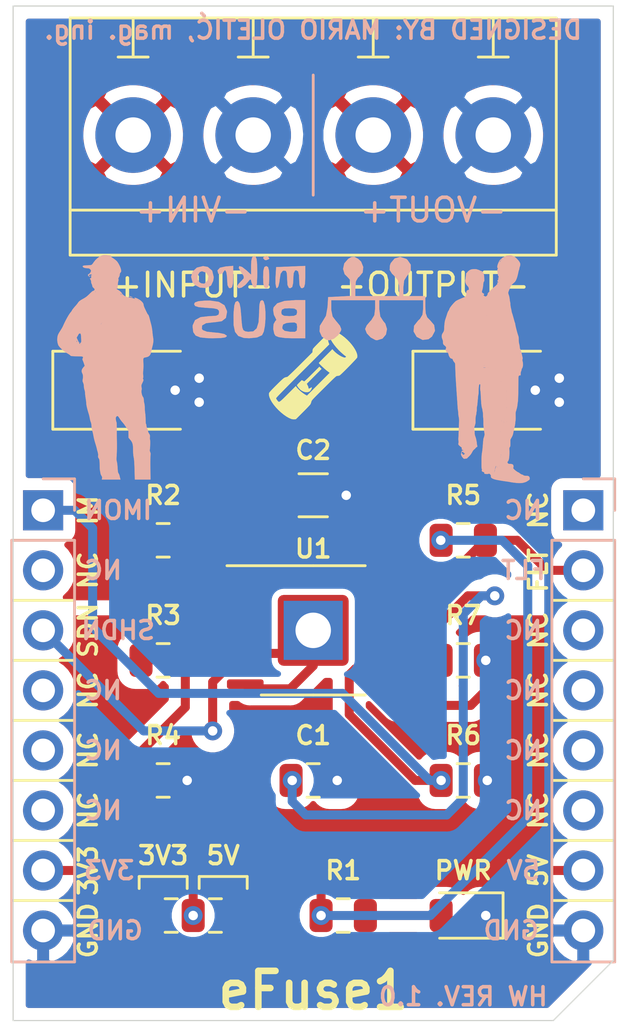
<source format=kicad_pcb>
(kicad_pcb (version 20171130) (host pcbnew "(5.1.5)-3")
  (layers (0 F.Cu signal) (31 B.Cu signal) (34 B.Paste user) (35 F.Paste user) (36 B.SilkS user) (37 F.SilkS user) (38 B.Mask user) (39 F.Mask user) (44 Edge.Cuts user))
  (net 0 "")
  (net 1 "Net-(C1-Pad1)")
  (net 2 GND)
  (net 3 VCC)
  (net 4 +BATT)
  (net 5 +24V)
  (net 6 /AN)
  (net 7 "Net-(J2-Pad2)")
  (net 8 /SHDN)
  (net 9 "Net-(J2-Pad4)")
  (net 10 "Net-(J2-Pad5)")
  (net 11 "Net-(J2-Pad6)")
  (net 12 +3V3)
  (net 13 +5V)
  (net 14 "Net-(J3-Pad6)")
  (net 15 "Net-(J3-Pad5)")
  (net 16 "Net-(J3-Pad4)")
  (net 17 "Net-(J3-Pad3)")
  (net 18 /FLT)
  (net 19 "Net-(J3-Pad1)")
  (net 20 "Net-(R2-Pad2)")
  (net 21 "Net-(R3-Pad2)")
  (net 22 "Net-(R7-Pad1)")
  (net 23 "Net-(U1-Pad17)")
  (net 24 "Net-(D1-Pad2)")
  (module TPS26600_ePuse:e_fuse (layer F.Cu) (at 88.9 150.495)
    (fp_text reference G*** hide)
    (fp_text value LOGO hide)
  )
  (module TPS26600_ePuse:ThermalHole (layer F.Cu) (at 88.9 161.29)
    (fp_text reference REF** hide)
    (fp_text value ThermalHole hide)
    (pad 1 thru_hole rect (at 0 0) (size 2.5 2.5) (drill 1.5) (layers *.Cu *.Mask) (net 23 "Net-(U1-Pad17)"))
  )
  (module TPS26600_ePuse:me_logo2 (layer B.Cu) (at 80.264 150.114 180)
    (fp_text reference G*** hide)
    (fp_text value LOGO hide)
  )
  (module TPS26600_ePuse:mm (layer B.Cu) (at 96.52 150.114 180)
    (fp_text reference G*** hide)
    (fp_text value LOGO hide)
  )
  (module TPS26600_ePuse:mikrobus_logo5 (layer B.Cu) (at 88.9 147.32 180)
    (fp_text reference G*** hide)
    (fp_text value LOGO hide)
  )
  (module Capacitor_SMD:C_0805_2012Metric (layer F.Cu) (at 88.9 167.64)
    (fp_text reference C1 (at 0 -1.905) (layer F.SilkS) (effects (font (size 0.762 0.762))))
    (fp_text value C hide)
    (pad 1 smd roundrect (at -0.9375 0) (size 0.975 1.4) (layers F.Cu F.Paste F.Mask) (net 1 "Net-(C1-Pad1)"))
    (pad 2 smd roundrect (at 0.9375 0) (size 0.975 1.4) (layers F.Cu F.Paste F.Mask) (net 2 GND))
  )
  (module LED_SMD:LED_0805_2012Metric (layer F.Cu) (at 95.25 173.355 180)
    (fp_text reference D1 hide)
    (fp_text value LED hide)
    (pad 1 smd roundrect (at -0.9375 0 180) (size 0.975 1.4) (layers F.Cu F.Paste F.Mask) (net 2 GND))
    (pad 2 smd roundrect (at 0.9375 0 180) (size 0.975 1.4) (layers F.Cu F.Paste F.Mask) (net 24 "Net-(D1-Pad2)"))
  )
  (module TPS26600_ePuse:PCB_Screw_Terminal_5.08_4ways (layer F.Cu) (at 96.52 140.462 180)
    (fp_text reference J1 hide)
    (fp_text value Screw_Terminal_01x04 hide)
    (pad 2 thru_hole circle (at 5.08 0.127 180) (size 3.2 3.2) (drill 1.5) (layers *.Cu *.Mask) (net 5 +24V))
    (pad 1 thru_hole circle (at 0 0.127 180) (size 3.2 3.2) (drill 1.5) (layers *.Cu *.Mask) (net 2 GND))
    (pad 3 thru_hole circle (at 10.16 0.127 180) (size 3.2 3.2) (drill 1.5) (layers *.Cu *.Mask) (net 2 GND))
    (pad 4 thru_hole circle (at 15.24 0.127 180) (size 3.2 3.2) (drill 1.5) (layers *.Cu *.Mask) (net 4 +BATT))
  )
  (module Connector_PinHeader_2.54mm:PinHeader_1x08_P2.54mm_Vertical (layer B.Cu) (at 77.47 156.21 180)
    (fp_text reference J2 hide)
    (fp_text value Conn_01x08 hide)
    (pad 1 thru_hole rect (at 0 0 180) (size 1.7 1.7) (drill 1) (layers *.Cu *.Mask) (net 6 /AN))
    (pad 2 thru_hole oval (at 0 -2.54 180) (size 1.7 1.7) (drill 1) (layers *.Cu *.Mask) (net 7 "Net-(J2-Pad2)"))
    (pad 3 thru_hole oval (at 0 -5.08 180) (size 1.7 1.7) (drill 1) (layers *.Cu *.Mask) (net 8 /SHDN))
    (pad 4 thru_hole oval (at 0 -7.62 180) (size 1.7 1.7) (drill 1) (layers *.Cu *.Mask) (net 9 "Net-(J2-Pad4)"))
    (pad 5 thru_hole oval (at 0 -10.16 180) (size 1.7 1.7) (drill 1) (layers *.Cu *.Mask) (net 10 "Net-(J2-Pad5)"))
    (pad 6 thru_hole oval (at 0 -12.7 180) (size 1.7 1.7) (drill 1) (layers *.Cu *.Mask) (net 11 "Net-(J2-Pad6)"))
    (pad 7 thru_hole oval (at 0 -15.24 180) (size 1.7 1.7) (drill 1) (layers *.Cu *.Mask) (net 12 +3V3))
    (pad 8 thru_hole oval (at 0 -17.78 180) (size 1.7 1.7) (drill 1) (layers *.Cu *.Mask) (net 2 GND))
  )
  (module Connector_PinHeader_2.54mm:PinHeader_1x08_P2.54mm_Vertical (layer B.Cu) (at 100.33 156.21 180)
    (fp_text reference J3 hide)
    (fp_text value Conn_01x08 hide)
    (pad 8 thru_hole oval (at 0 -17.78 180) (size 1.7 1.7) (drill 1) (layers *.Cu *.Mask) (net 2 GND))
    (pad 7 thru_hole oval (at 0 -15.24 180) (size 1.7 1.7) (drill 1) (layers *.Cu *.Mask) (net 13 +5V))
    (pad 6 thru_hole oval (at 0 -12.7 180) (size 1.7 1.7) (drill 1) (layers *.Cu *.Mask) (net 14 "Net-(J3-Pad6)"))
    (pad 5 thru_hole oval (at 0 -10.16 180) (size 1.7 1.7) (drill 1) (layers *.Cu *.Mask) (net 15 "Net-(J3-Pad5)"))
    (pad 4 thru_hole oval (at 0 -7.62 180) (size 1.7 1.7) (drill 1) (layers *.Cu *.Mask) (net 16 "Net-(J3-Pad4)"))
    (pad 3 thru_hole oval (at 0 -5.08 180) (size 1.7 1.7) (drill 1) (layers *.Cu *.Mask) (net 17 "Net-(J3-Pad3)"))
    (pad 2 thru_hole oval (at 0 -2.54 180) (size 1.7 1.7) (drill 1) (layers *.Cu *.Mask) (net 18 /FLT))
    (pad 1 thru_hole rect (at 0 0 180) (size 1.7 1.7) (drill 1) (layers *.Cu *.Mask) (net 19 "Net-(J3-Pad1)"))
  )
  (module TPS26600_ePuse:Jumper_0805 (layer F.Cu) (at 84.7575 173.355 180)
    (fp_text reference JP1 hide)
    (fp_text value SolderJumper_3_Open hide)
    (pad 3 smd roundrect (at 2.8044 0 180) (size 0.975 1.4) (layers F.Cu F.Paste F.Mask) (net 12 +3V3))
    (pad 1 smd roundrect (at -0.9375 0 180) (size 0.975 1.4) (layers F.Cu F.Paste F.Mask) (net 13 +5V))
    (pad 2 smd roundrect (at 0.9375 0 180) (size 0.975 1.4) (layers F.Cu F.Paste F.Mask) (net 3 VCC))
  )
  (module Resistor_SMD:R_0805_2012Metric (layer F.Cu) (at 90.17 173.355)
    (fp_text reference R1 (at 0 -1.905) (layer F.SilkS) (effects (font (size 0.762 0.762))))
    (fp_text value 4k7 hide)
    (pad 1 smd roundrect (at -0.9375 0) (size 0.975 1.4) (layers F.Cu F.Paste F.Mask) (net 3 VCC))
    (pad 2 smd roundrect (at 0.9375 0) (size 0.975 1.4) (layers F.Cu F.Paste F.Mask) (net 24 "Net-(D1-Pad2)"))
  )
  (module Resistor_SMD:R_0805_2012Metric (layer F.Cu) (at 82.55 157.48)
    (fp_text reference R2 (at 0 -1.905) (layer F.SilkS) (effects (font (size 0.762 0.762))))
    (fp_text value 715k hide)
    (pad 2 smd roundrect (at 0.9375 0) (size 0.975 1.4) (layers F.Cu F.Paste F.Mask) (net 20 "Net-(R2-Pad2)"))
    (pad 1 smd roundrect (at -0.9375 0) (size 0.975 1.4) (layers F.Cu F.Paste F.Mask) (net 4 +BATT))
  )
  (module Resistor_SMD:R_0805_2012Metric (layer F.Cu) (at 82.55 162.56)
    (fp_text reference R3 (at 0 -1.905) (layer F.SilkS) (effects (font (size 0.762 0.762))))
    (fp_text value 20k hide)
    (pad 1 smd roundrect (at -0.9375 0) (size 0.975 1.4) (layers F.Cu F.Paste F.Mask) (net 20 "Net-(R2-Pad2)"))
    (pad 2 smd roundrect (at 0.9375 0) (size 0.975 1.4) (layers F.Cu F.Paste F.Mask) (net 21 "Net-(R3-Pad2)"))
  )
  (module Resistor_SMD:R_0805_2012Metric (layer F.Cu) (at 82.55 167.64)
    (fp_text reference R4 (at 0 -1.905) (layer F.SilkS) (effects (font (size 0.762 0.762))))
    (fp_text value 30.1k hide)
    (pad 2 smd roundrect (at 0.9375 0) (size 0.975 1.4) (layers F.Cu F.Paste F.Mask) (net 2 GND))
    (pad 1 smd roundrect (at -0.9375 0) (size 0.975 1.4) (layers F.Cu F.Paste F.Mask) (net 21 "Net-(R3-Pad2)"))
  )
  (module Resistor_SMD:R_0805_2012Metric (layer F.Cu) (at 95.25 157.48)
    (fp_text reference R5 (at 0 -1.905) (layer F.SilkS) (effects (font (size 0.762 0.762))))
    (fp_text value 10k hide)
    (pad 1 smd roundrect (at -0.9375 0) (size 0.975 1.4) (layers F.Cu F.Paste F.Mask) (net 3 VCC))
    (pad 2 smd roundrect (at 0.9375 0) (size 0.975 1.4) (layers F.Cu F.Paste F.Mask) (net 18 /FLT))
  )
  (module Resistor_SMD:R_0805_2012Metric (layer F.Cu) (at 95.25 167.64)
    (fp_text reference R6 (at 0 -1.905) (layer F.SilkS) (effects (font (size 0.762 0.762))))
    (fp_text value 33.2k hide)
    (pad 1 smd roundrect (at -0.9375 0) (size 0.975 1.4) (layers F.Cu F.Paste F.Mask) (net 6 /AN))
    (pad 2 smd roundrect (at 0.9375 0) (size 0.975 1.4) (layers F.Cu F.Paste F.Mask) (net 2 GND))
  )
  (module Resistor_SMD:R_0805_2012Metric (layer F.Cu) (at 95.25 162.56)
    (fp_text reference R7 (at 0 -1.905) (layer F.SilkS) (effects (font (size 0.762 0.762))))
    (fp_text value 8k hide)
    (pad 2 smd roundrect (at 0.9375 0) (size 0.975 1.4) (layers F.Cu F.Paste F.Mask) (net 2 GND))
    (pad 1 smd roundrect (at -0.9375 0) (size 0.975 1.4) (layers F.Cu F.Paste F.Mask) (net 22 "Net-(R7-Pad1)"))
  )
  (module Package_SO:HTSSOP-16-1EP_4.4x5mm_P0.65mm_EP3x3mm (layer F.Cu) (at 88.9 161.29)
    (fp_text reference U1 (at 0 -3.45) (layer F.SilkS) (effects (font (size 0.762 0.762))))
    (fp_text value TPS26600 hide)
    (pad 17 smd roundrect (at 0 0) (size 3 3) (layers F.Cu F.Mask) (roundrect_rratio 0.083333) (net 23 "Net-(U1-Pad17)"))
    (pad 1 smd roundrect (at -2.875 -2.275) (size 1.55 0.4) (layers F.Cu F.Paste F.Mask) (net 4 +BATT))
    (pad 2 smd roundrect (at -2.875 -1.625) (size 1.55 0.4) (layers F.Cu F.Paste F.Mask) (net 4 +BATT))
    (pad 3 smd roundrect (at -2.875 -0.975) (size 1.55 0.4) (layers F.Cu F.Paste F.Mask) (net 20 "Net-(R2-Pad2)"))
    (pad 4 smd roundrect (at -2.875 -0.325) (size 1.55 0.4) (layers F.Cu F.Paste F.Mask))
    (pad 5 smd roundrect (at -2.875 0.325) (size 1.55 0.4) (layers F.Cu F.Paste F.Mask) (net 21 "Net-(R3-Pad2)"))
    (pad 6 smd roundrect (at -2.875 0.975) (size 1.55 0.4) (layers F.Cu F.Paste F.Mask) (net 23 "Net-(U1-Pad17)"))
    (pad 7 smd roundrect (at -2.875 1.625) (size 1.55 0.4) (layers F.Cu F.Paste F.Mask) (net 8 /SHDN))
    (pad 8 smd roundrect (at -2.875 2.275) (size 1.55 0.4) (layers F.Cu F.Paste F.Mask) (net 23 "Net-(U1-Pad17)"))
    (pad 9 smd roundrect (at 2.875 2.275) (size 1.55 0.4) (layers F.Cu F.Paste F.Mask) (net 2 GND))
    (pad 10 smd roundrect (at 2.875 1.625) (size 1.55 0.4) (layers F.Cu F.Paste F.Mask) (net 6 /AN))
    (pad 11 smd roundrect (at 2.875 0.975) (size 1.55 0.4) (layers F.Cu F.Paste F.Mask) (net 22 "Net-(R7-Pad1)"))
    (pad 12 smd roundrect (at 2.875 0.325) (size 1.55 0.4) (layers F.Cu F.Paste F.Mask) (net 1 "Net-(C1-Pad1)"))
    (pad 13 smd roundrect (at 2.875 -0.325) (size 1.55 0.4) (layers F.Cu F.Paste F.Mask))
    (pad 14 smd roundrect (at 2.875 -0.975) (size 1.55 0.4) (layers F.Cu F.Paste F.Mask) (net 18 /FLT))
    (pad 15 smd roundrect (at 2.875 -1.625) (size 1.55 0.4) (layers F.Cu F.Paste F.Mask) (net 5 +24V))
    (pad 16 smd roundrect (at 2.875 -2.275) (size 1.55 0.4) (layers F.Cu F.Paste F.Mask) (net 5 +24V))
  )
  (module Capacitor_SMD:C_1206_3216Metric (layer F.Cu) (at 88.9 155.575)
    (fp_text reference C2 (at 0 -1.905) (layer F.SilkS) (effects (font (size 0.762 0.762))))
    (fp_text value "1 uF" hide)
    (pad 1 smd roundrect (at -1.4 0) (size 1.25 1.75) (layers F.Cu F.Paste F.Mask) (roundrect_rratio 0.2) (net 4 +BATT))
    (pad 2 smd roundrect (at 1.4 0) (size 1.25 1.75) (layers F.Cu F.Paste F.Mask) (roundrect_rratio 0.2) (net 2 GND))
  )
  (module Diode_SMD:D_SMA (layer F.Cu) (at 96.52 151.13)
    (fp_text reference S1 (at 0 -2.54) (layer F.SilkS) (effects (font (size 0.762 0.762))))
    (fp_text value D_Schottky hide)
    (pad 2 smd rect (at 2 0) (size 2.5 1.8) (layers F.Cu F.Paste F.Mask) (net 2 GND))
    (pad 1 smd rect (at -2 0) (size 2.5 1.8) (layers F.Cu F.Paste F.Mask) (net 5 +24V))
  )
  (module Diode_SMD:D_SMA (layer F.Cu) (at 81.28 151.13)
    (fp_text reference Z1 (at 0 -2.54) (layer F.SilkS) (effects (font (size 0.762 0.762))))
    (fp_text value D_Zener hide)
    (pad 1 smd rect (at -2 0) (size 2.5 1.8) (layers F.Cu F.Paste F.Mask) (net 4 +BATT))
    (pad 2 smd rect (at 2 0) (size 2.5 1.8) (layers F.Cu F.Paste F.Mask) (net 2 GND))
  )
  (gr_line (start 76.2 134.874) (end 101.6 134.874) (layer Edge.Cuts) (width 0.05))
  (gr_text -VOUT+ (at 93.98 143.51) (layer B.SilkS) (effects (font (size 1 1)) (justify mirror)))
  (gr_line (start 88.9 137.795) (end 88.9 142.875) (layer B.SilkS) (width 0.12))
  (gr_text -VIN+ (at 83.82 143.51) (layer B.SilkS) (effects (font (size 1 1)) (justify mirror)))
  (gr_text +OUTPUT- (at 93.98 146.685) (layer F.SilkS) (effects (font (size 1 1))))
  (gr_text +INPUT- (at 83.82 146.685) (layer F.SilkS) (effects (font (size 1 1))))
  (gr_text "DESIGNED BY: MARIO OLETIĆ, mag. ing." (at 88.9 135.89) (layer B.SilkS) (effects (font (size 0.762 0.762)) (justify mirror)))
  (gr_text "HW REV. 1.0" (at 95.25 176.784) (layer B.SilkS) (effects (font (size 0.762 0.762)) (justify mirror)))
  (gr_text 5V (at 85.09 170.815) (layer F.SilkS) (effects (font (size 0.762 0.762))))
  (gr_text 3V3 (at 82.55 170.815) (layer F.SilkS) (effects (font (size 0.762 0.762))))
  (gr_line (start 86.106 171.704) (end 86.106 172.212) (layer F.SilkS) (width 0.12))
  (gr_line (start 84.074 171.704) (end 86.106 171.704) (layer F.SilkS) (width 0.12))
  (gr_line (start 84.074 172.212) (end 84.074 171.704) (layer F.SilkS) (width 0.12))
  (gr_line (start 83.566 171.704) (end 83.566 172.212) (layer F.SilkS) (width 0.12))
  (gr_line (start 81.534 171.704) (end 83.566 171.704) (layer F.SilkS) (width 0.12))
  (gr_line (start 81.534 172.212) (end 81.534 171.704) (layer F.SilkS) (width 0.12))
  (gr_text PWR (at 95.25 171.45) (layer F.SilkS) (effects (font (size 0.762 0.762))))
  (gr_text FLT (at 97.79 158.75) (layer B.SilkS) (effects (font (size 0.762 0.762)) (justify mirror)))
  (gr_text 5V (at 97.79 171.45) (layer B.SilkS) (effects (font (size 0.762 0.762)) (justify mirror)))
  (gr_text GND (at 97.282 173.99) (layer B.SilkS) (effects (font (size 0.762 0.762)) (justify mirror)))
  (gr_text GND (at 80.518 173.99) (layer B.SilkS) (effects (font (size 0.762 0.762)) (justify mirror)))
  (gr_text 3V3 (at 80.264 171.45) (layer B.SilkS) (effects (font (size 0.762 0.762)) (justify mirror)))
  (gr_text SHDN (at 80.645 161.29) (layer B.SilkS) (effects (font (size 0.762 0.762)) (justify mirror)))
  (gr_text NC (at 97.79 156.21) (layer B.SilkS) (effects (font (size 0.762 0.762)) (justify mirror)))
  (gr_text NC (at 97.79 161.29) (layer B.SilkS) (effects (font (size 0.762 0.762)) (justify mirror)))
  (gr_text NC (at 97.79 163.83) (layer B.SilkS) (effects (font (size 0.762 0.762)) (justify mirror)))
  (gr_text NC (at 97.79 166.37) (layer B.SilkS) (effects (font (size 0.762 0.762)) (justify mirror)))
  (gr_text NC (at 97.79 168.91) (layer B.SilkS) (effects (font (size 0.762 0.762)) (justify mirror)))
  (gr_text NC (at 80.01 168.91) (layer B.SilkS) (effects (font (size 0.762 0.762)) (justify mirror)))
  (gr_text NC (at 80.01 166.37) (layer B.SilkS) (effects (font (size 0.762 0.762)) (justify mirror)))
  (gr_text NC (at 80.01 163.83) (layer B.SilkS) (effects (font (size 0.762 0.762)) (justify mirror)))
  (gr_text NC (at 80.01 158.75) (layer B.SilkS) (effects (font (size 0.762 0.762)) (justify mirror)))
  (gr_text IMON (at 80.645 156.21) (layer B.SilkS) (effects (font (size 0.762 0.762)) (justify mirror)))
  (gr_text IM (at 79.375 156.21 90) (layer F.SilkS) (effects (font (size 0.762 0.762))))
  (gr_text SDN (at 79.375 161.29 90) (layer F.SilkS) (effects (font (size 0.762 0.762))))
  (gr_text FLT (at 98.425 158.75 90) (layer F.SilkS) (effects (font (size 0.762 0.762))))
  (gr_text 5V (at 98.425 171.45 90) (layer F.SilkS) (effects (font (size 0.762 0.762))))
  (gr_text GND (at 98.425 173.99 90) (layer F.SilkS) (effects (font (size 0.762 0.762))))
  (gr_text GND (at 79.375 173.99 90) (layer F.SilkS) (effects (font (size 0.762 0.762))))
  (gr_text 3V3 (at 79.375 171.45 90) (layer F.SilkS) (effects (font (size 0.762 0.762))))
  (gr_text NC (at 98.425 156.21 90) (layer F.SilkS) (effects (font (size 0.762 0.762))))
  (gr_text NC (at 98.425 161.29 90) (layer F.SilkS) (effects (font (size 0.762 0.762))))
  (gr_text NC (at 98.425 163.83 90) (layer F.SilkS) (effects (font (size 0.762 0.762))))
  (gr_text NC (at 98.425 166.37 90) (layer F.SilkS) (effects (font (size 0.762 0.762))))
  (gr_text NC (at 98.425 168.91 90) (layer F.SilkS) (effects (font (size 0.762 0.762))))
  (gr_text NC (at 79.375 158.75 90) (layer F.SilkS) (effects (font (size 0.762 0.762))))
  (gr_text NC (at 79.375 168.91 90) (layer F.SilkS) (effects (font (size 0.762 0.762))))
  (gr_text NC (at 79.375 163.83 90) (layer F.SilkS) (effects (font (size 0.762 0.762))))
  (gr_text NC (at 79.375 166.37 90) (layer F.SilkS) (effects (font (size 0.762 0.762))))
  (gr_text eFuse1 (at 88.9 176.53) (layer F.SilkS) (effects (font (size 1.524 1.524) (thickness 0.2794))))
  (gr_line (start 101.6 172.72) (end 99.06 172.72) (layer F.SilkS) (width 0.12))
  (gr_line (start 101.6 170.18) (end 99.06 170.18) (layer F.SilkS) (width 0.12))
  (gr_line (start 101.6 167.64) (end 99.06 167.64) (layer F.SilkS) (width 0.12))
  (gr_line (start 101.6 165.1) (end 99.06 165.1) (layer F.SilkS) (width 0.12))
  (gr_line (start 101.6 162.56) (end 99.06 162.56) (layer F.SilkS) (width 0.12))
  (gr_line (start 101.6 160.02) (end 99.06 160.02) (layer F.SilkS) (width 0.12))
  (gr_line (start 101.6 157.48) (end 99.06 157.48) (layer F.SilkS) (width 0.12))
  (gr_line (start 76.2 157.48) (end 78.74 157.48) (layer F.SilkS) (width 0.12))
  (gr_line (start 76.2 160.02) (end 78.74 160.02) (layer F.SilkS) (width 0.12))
  (gr_line (start 76.2 162.56) (end 78.74 162.56) (layer F.SilkS) (width 0.12))
  (gr_line (start 76.2 165.1) (end 78.74 165.1) (layer F.SilkS) (width 0.12))
  (gr_line (start 76.2 167.64) (end 78.74 167.64) (layer F.SilkS) (width 0.12))
  (gr_line (start 76.2 170.18) (end 78.74 170.18) (layer F.SilkS) (width 0.12))
  (gr_line (start 76.2 172.72) (end 78.74 172.72) (layer F.SilkS) (width 0.12))
  (gr_line (start 101.6 134.874) (end 101.6 175.26) (layer Edge.Cuts) (width 0.05))
  (gr_line (start 76.2 177.8) (end 76.2 134.874) (layer Edge.Cuts) (width 0.05))
  (gr_line (start 99.06 177.8) (end 101.6 175.26) (layer Edge.Cuts) (width 0.05))
  (gr_line (start 76.2 177.8) (end 99.06 177.8) (layer Edge.Cuts) (width 0.05))
  (via (at 90.297 155.575) (size 0.8) (drill 0.4) (layers F.Cu B.Cu) (net 2))
  (via (at 83.058 151.13) (size 0.8) (drill 0.4) (layers F.Cu B.Cu) (net 2))
  (via (at 98.298 151.13) (size 0.8) (drill 0.4) (layers F.Cu B.Cu) (net 2))
  (via (at 99.314 151.638) (size 0.8) (drill 0.4) (layers F.Cu B.Cu) (net 2))
  (via (at 99.314 150.622) (size 0.8) (drill 0.4) (layers F.Cu B.Cu) (net 2))
  (via (at 84.074 151.638) (size 0.8) (drill 0.4) (layers F.Cu B.Cu) (net 2))
  (via (at 84.074 150.622) (size 0.8) (drill 0.4) (layers F.Cu B.Cu) (net 2))
  (via (at 88.011 167.64) (size 0.8) (drill 0.4) (layers F.Cu B.Cu) (net 1))
  (segment (start 93.66052 161.615) (end 95.44602 159.8295) (width 0.381) (layer F.Cu) (net 1))
  (segment (start 91.775 161.615) (end 93.66052 161.615) (width 0.381) (layer F.Cu) (net 1))
  (segment (start 95.44602 159.8295) (end 96.5835 159.8295) (width 0.381) (layer F.Cu) (net 1))
  (segment (start 96.5835 159.8295) (end 96.5835 159.8295) (width 0.381) (layer F.Cu) (net 1))
  (via (at 96.5835 159.8295) (size 0.8) (drill 0.4) (layers F.Cu B.Cu) (net 1))
  (segment (start 88.011 168.529) (end 88.011 167.64) (width 0.381) (layer B.Cu) (net 1))
  (segment (start 95.25 168.402) (end 94.5515 169.1005) (width 0.381) (layer B.Cu) (net 1))
  (segment (start 88.5825 169.1005) (end 88.011 168.529) (width 0.381) (layer B.Cu) (net 1))
  (segment (start 96.017815 159.8295) (end 95.25 160.597315) (width 0.381) (layer B.Cu) (net 1))
  (segment (start 96.5835 159.8295) (end 96.017815 159.8295) (width 0.381) (layer B.Cu) (net 1))
  (segment (start 95.25 160.597315) (end 95.25 168.402) (width 0.381) (layer B.Cu) (net 1))
  (segment (start 94.5515 169.1005) (end 88.5825 169.1005) (width 0.381) (layer B.Cu) (net 1))
  (via (at 96.2025 162.56) (size 0.8) (drill 0.4) (layers F.Cu B.Cu) (net 2))
  (via (at 96.2025 173.355) (size 0.8) (drill 0.4) (layers F.Cu B.Cu) (net 2))
  (via (at 96.266 167.64) (size 0.8) (drill 0.4) (layers F.Cu B.Cu) (net 2))
  (via (at 89.916 167.64) (size 0.8) (drill 0.4) (layers F.Cu B.Cu) (net 2))
  (via (at 83.566 167.64) (size 0.8) (drill 0.4) (layers F.Cu B.Cu) (net 2))
  (segment (start 96.2025 163.125685) (end 96.2025 162.56) (width 0.381) (layer F.Cu) (net 2))
  (segment (start 91.775 163.765) (end 92.475 164.465) (width 0.381) (layer F.Cu) (net 2))
  (segment (start 96.2025 163.83) (end 96.2025 163.125685) (width 0.381) (layer F.Cu) (net 2))
  (segment (start 91.775 163.565) (end 91.775 163.765) (width 0.381) (layer F.Cu) (net 2))
  (segment (start 92.475 164.465) (end 95.5675 164.465) (width 0.381) (layer F.Cu) (net 2))
  (segment (start 95.5675 164.465) (end 96.2025 163.83) (width 0.381) (layer F.Cu) (net 2))
  (via (at 94.2975 157.48) (size 0.8) (drill 0.4) (layers F.Cu B.Cu) (net 3))
  (segment (start 83.82 173.355) (end 83.82 173.355) (width 0.381) (layer F.Cu) (net 3))
  (segment (start 83.82 172.212) (end 84.582 171.45) (width 0.381) (layer F.Cu) (net 3))
  (segment (start 84.582 171.45) (end 88.646 171.45) (width 0.381) (layer F.Cu) (net 3))
  (segment (start 89.2325 172.0365) (end 89.2325 173.355) (width 0.381) (layer F.Cu) (net 3))
  (segment (start 88.646 171.45) (end 89.2325 172.0365) (width 0.381) (layer F.Cu) (net 3))
  (segment (start 89.2325 173.355) (end 89.2325 173.355) (width 0.381) (layer F.Cu) (net 3))
  (via (at 89.2325 173.355) (size 0.8) (drill 0.4) (layers F.Cu B.Cu) (net 3))
  (segment (start 83.82 173.355) (end 83.82 172.212) (width 0.381) (layer F.Cu) (net 3))
  (via (at 83.82 173.355) (size 0.8) (drill 0.4) (layers F.Cu B.Cu) (net 3))
  (segment (start 97.9805 169.2275) (end 93.853 173.355) (width 0.381) (layer B.Cu) (net 3))
  (segment (start 93.853 173.355) (end 89.2325 173.355) (width 0.381) (layer B.Cu) (net 3))
  (segment (start 97.9805 158.5595) (end 97.9805 169.2275) (width 0.381) (layer B.Cu) (net 3))
  (segment (start 94.2975 157.48) (end 96.901 157.48) (width 0.381) (layer B.Cu) (net 3))
  (segment (start 96.901 157.48) (end 97.9805 158.5595) (width 0.381) (layer B.Cu) (net 3))
  (segment (start 86.025 159.015) (end 86.025 159.665) (width 0.4572) (layer F.Cu) (net 4))
  (segment (start 91.775 159.665) (end 91.775 159.015) (width 0.4572) (layer F.Cu) (net 5))
  (segment (start 90.424 164.846) (end 93.218 167.64) (width 0.381) (layer F.Cu) (net 6))
  (segment (start 90.424 163.17182) (end 90.424 164.846) (width 0.381) (layer F.Cu) (net 6))
  (segment (start 93.218 167.64) (end 94.3125 167.64) (width 0.381) (layer F.Cu) (net 6))
  (segment (start 91.775 162.915) (end 90.68082 162.915) (width 0.381) (layer F.Cu) (net 6))
  (segment (start 90.68082 162.915) (end 90.424 163.17182) (width 0.381) (layer F.Cu) (net 6))
  (segment (start 94.3125 167.64) (end 94.3125 167.64) (width 0.381) (layer F.Cu) (net 6))
  (via (at 94.3125 167.64) (size 0.8) (drill 0.4) (layers F.Cu B.Cu) (net 6))
  (segment (start 78.8035 156.21) (end 77.47 156.21) (width 0.381) (layer B.Cu) (net 6))
  (segment (start 79.5655 156.972) (end 78.8035 156.21) (width 0.381) (layer B.Cu) (net 6))
  (segment (start 93.825 167.64) (end 90.142 163.957) (width 0.381) (layer B.Cu) (net 6))
  (segment (start 90.142 163.957) (end 82.3595 163.957) (width 0.381) (layer B.Cu) (net 6))
  (segment (start 82.3595 163.957) (end 79.5655 161.163) (width 0.381) (layer B.Cu) (net 6))
  (segment (start 94.3125 167.64) (end 93.825 167.64) (width 0.381) (layer B.Cu) (net 6))
  (segment (start 79.5655 161.163) (end 79.5655 156.972) (width 0.381) (layer B.Cu) (net 6))
  (segment (start 86.025 162.915) (end 86.025 162.9585) (width 0.381) (layer F.Cu) (net 8))
  (segment (start 85.146822 162.97449) (end 84.6455 163.475812) (width 0.381) (layer F.Cu) (net 8))
  (segment (start 86.00901 162.97449) (end 85.146822 162.97449) (width 0.381) (layer F.Cu) (net 8))
  (segment (start 86.025 162.9585) (end 86.00901 162.97449) (width 0.381) (layer F.Cu) (net 8))
  (segment (start 84.6455 163.475812) (end 84.6455 165.5445) (width 0.381) (layer F.Cu) (net 8))
  (segment (start 84.6455 165.5445) (end 84.6455 165.5445) (width 0.381) (layer F.Cu) (net 8))
  (via (at 84.6455 165.5445) (size 0.8) (drill 0.4) (layers F.Cu B.Cu) (net 8))
  (segment (start 81.7245 165.5445) (end 77.47 161.29) (width 0.381) (layer B.Cu) (net 8))
  (segment (start 84.6455 165.5445) (end 81.7245 165.5445) (width 0.381) (layer B.Cu) (net 8))
  (segment (start 80.0481 171.45) (end 77.47 171.45) (width 0.381) (layer F.Cu) (net 12))
  (segment (start 81.9531 173.355) (end 80.0481 171.45) (width 0.381) (layer F.Cu) (net 12))
  (segment (start 98.6028 171.45) (end 100.33 171.45) (width 0.381) (layer F.Cu) (net 13))
  (segment (start 85.695 173.355) (end 87.8032 175.4632) (width 0.381) (layer F.Cu) (net 13))
  (segment (start 96.8756 175.4632) (end 98.0948 174.244) (width 0.381) (layer F.Cu) (net 13))
  (segment (start 98.0948 174.244) (end 98.0948 171.958) (width 0.381) (layer F.Cu) (net 13))
  (segment (start 87.8032 175.4632) (end 96.8756 175.4632) (width 0.381) (layer F.Cu) (net 13))
  (segment (start 98.0948 171.958) (end 98.6028 171.45) (width 0.381) (layer F.Cu) (net 13))
  (segment (start 93.3525 160.315) (end 96.1875 157.48) (width 0.381) (layer F.Cu) (net 18))
  (segment (start 91.775 160.315) (end 93.3525 160.315) (width 0.381) (layer F.Cu) (net 18))
  (segment (start 100.33 158.75) (end 98.806 158.75) (width 0.381) (layer F.Cu) (net 18))
  (segment (start 97.536 157.48) (end 96.1875 157.48) (width 0.381) (layer F.Cu) (net 18))
  (segment (start 98.806 158.75) (end 97.536 157.48) (width 0.381) (layer F.Cu) (net 18))
  (segment (start 86.025 160.315) (end 82.509 160.315) (width 0.381) (layer F.Cu) (net 20))
  (segment (start 81.6125 161.2115) (end 81.6125 162.56) (width 0.381) (layer F.Cu) (net 20))
  (segment (start 82.509 160.315) (end 81.6125 161.2115) (width 0.381) (layer F.Cu) (net 20))
  (segment (start 83.4875 159.3365) (end 83.4875 157.48) (width 0.381) (layer F.Cu) (net 20))
  (segment (start 82.509 160.315) (end 83.4875 159.3365) (width 0.381) (layer F.Cu) (net 20))
  (segment (start 84.4325 161.615) (end 83.4875 162.56) (width 0.381) (layer F.Cu) (net 21))
  (segment (start 86.025 161.615) (end 84.4325 161.615) (width 0.381) (layer F.Cu) (net 21))
  (segment (start 81.6125 167.64) (end 81.6125 166.4185) (width 0.381) (layer F.Cu) (net 21))
  (segment (start 83.4875 164.5435) (end 83.4875 162.56) (width 0.381) (layer F.Cu) (net 21))
  (segment (start 81.6125 166.4185) (end 83.4875 164.5435) (width 0.381) (layer F.Cu) (net 21))
  (segment (start 94.0175 162.265) (end 94.3125 162.56) (width 0.381) (layer F.Cu) (net 22))
  (segment (start 91.775 162.265) (end 94.0175 162.265) (width 0.381) (layer F.Cu) (net 22))
  (segment (start 87.925 162.265) (end 88.9 161.29) (width 0.381) (layer F.Cu) (net 23))
  (segment (start 86.025 162.265) (end 87.925 162.265) (width 0.381) (layer F.Cu) (net 23))
  (segment (start 88.9 162.79) (end 88.9 161.29) (width 0.381) (layer F.Cu) (net 23))
  (segment (start 86.225 163.765) (end 87.925 163.765) (width 0.381) (layer F.Cu) (net 23))
  (segment (start 87.925 163.765) (end 88.9 162.79) (width 0.381) (layer F.Cu) (net 23))
  (segment (start 86.025 163.565) (end 86.225 163.765) (width 0.381) (layer F.Cu) (net 23))
  (segment (start 91.1075 173.355) (end 94.3125 173.355) (width 0.381) (layer F.Cu) (net 24))
  (zone (net 2) (net_name GND) (layer B.Cu) (connect_pads (clearance 0.508)) (min_thickness 0.254) (fill yes (arc_segments 32) (thermal_gap 0.508) (thermal_bridge_width 0.508))
    (polygon (pts (xy 101.6 177.8) (xy 76.2 177.8) (xy 76.2 134.62) (xy 101.6 134.62)))
  )
  (zone (net 4) (net_name +BATT) (layer F.Cu) (connect_pads (clearance 0.508)) (min_thickness 0.254) (fill yes (arc_segments 32) (thermal_gap 0.508) (thermal_bridge_width 0.508))
    (polygon (pts (xy 88.265 160.02) (xy 76.2 160.02) (xy 76.2 134.62) (xy 88.265 134.62)))
  )
  (zone (net 5) (net_name +24V) (layer F.Cu) (connect_pads (clearance 0.508)) (min_thickness 0.254) (fill yes (arc_segments 32) (thermal_gap 0.508) (thermal_bridge_width 0.508))
    (polygon (pts (xy 101.6 160.02) (xy 89.535 160.02) (xy 89.535 134.62) (xy 101.6 134.62)))
  )
  (zone (net 0) (net_name "") (layer F.Cu) (connect_pads (clearance 0.508)) (min_thickness 0.254) (fill yes (arc_segments 32) (thermal_gap 0.508) (thermal_bridge_width 0.508))
    (polygon (pts (xy 101.6 177.8) (xy 76.2 177.8) (xy 76.2 160.655) (xy 101.6 160.655)))
  )
)
</source>
